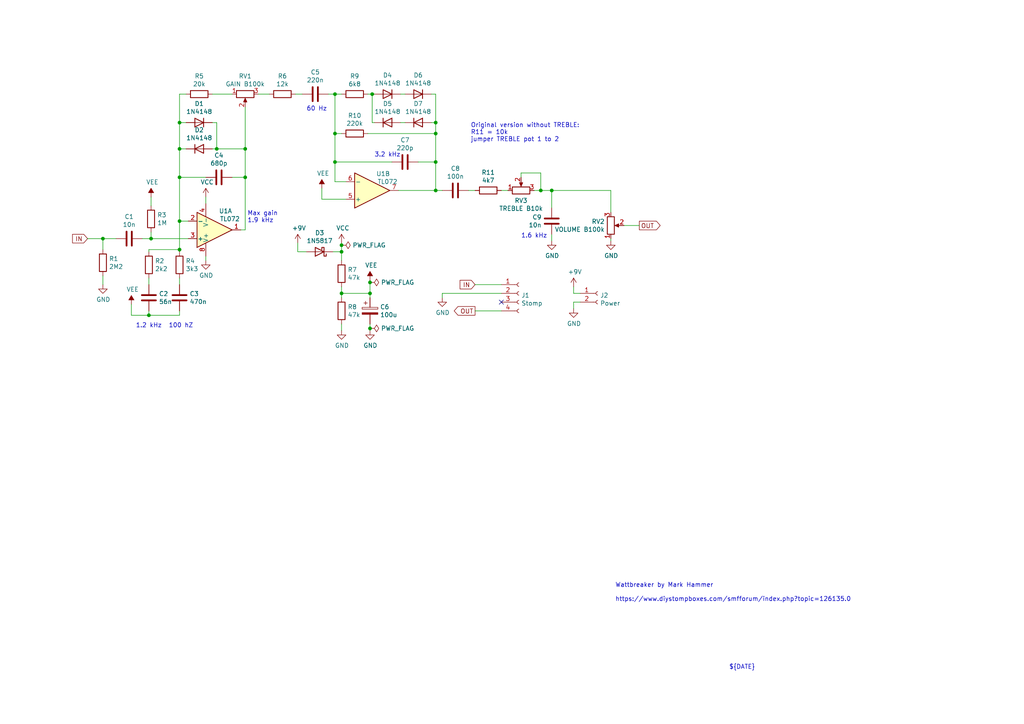
<source format=kicad_sch>
(kicad_sch (version 20211123) (generator eeschema)
  (paper "A4")
  (lib_symbols
    (symbol "Amplifier_Operational:TL072" (pin_names (offset 0.127))
      (property "Reference" "U" (at 0 5.08 0))
      (property "Value" "TL072" (at 0 -5.08 0))
      (symbol "TL072_1_1"
        (polyline (pts (xy -5.08 5.08) (xy 5.08 0) (xy -5.08 -5.08) (xy -5.08 5.08)) (stroke (width 0.254)) (fill (type background)))
        (pin output line (at 7.62 0 180) (length 2.54) (name "~") (number "1"))
        (pin input line (at -7.62 -2.54 0) (length 2.54) (name "-") (number "2"))
        (pin input line (at -7.62 2.54 0) (length 2.54) (name "+") (number "3"))
      )
      (symbol "TL072_2_1"
        (polyline (pts (xy -5.08 5.08) (xy 5.08 0) (xy -5.08 -5.08) (xy -5.08 5.08)) (stroke (width 0.254)) (fill (type background)))
        (pin input line (at -7.62 2.54 0) (length 2.54) (name "+") (number "5"))
        (pin input line (at -7.62 -2.54 0) (length 2.54) (name "-") (number "6"))
        (pin output line (at 7.62 0 180) (length 2.54) (name "~") (number "7"))
      )
      (symbol "TL072_3_1"
        (pin power_in line (at -2.54 -7.62 90) (length 3.81) (name "V-") (number "4"))
        (pin power_in line (at -2.54 7.62 270) (length 3.81) (name "V+") (number "8"))
      )
    )
    (symbol "Connector:Conn_01x02_Female" (pin_names (offset 1.016) hide)
      (property "Reference" "J" (at 0 2.54 0))
      (property "Value" "Conn_01x02_Female" (at 0 -5.08 0))
      (symbol "Conn_01x02_Female_1_1"
        (arc (start 0 -2.032) (mid -0.508 -2.54) (end 0 -3.048) (stroke (width 0.1524)))
        (polyline (pts (xy -1.27 -2.54) (xy -0.508 -2.54)) (stroke (width 0.1524)))
        (polyline (pts (xy -1.27 0) (xy -0.508 0)) (stroke (width 0.1524)))
        (arc (start 0 0.508) (mid -0.508 0) (end 0 -0.508) (stroke (width 0.1524)))
        (pin passive line (at -5.08 0 0) (length 3.81) (name "Pin_1") (number "1"))
        (pin passive line (at -5.08 -2.54 0) (length 3.81) (name "Pin_2") (number "2"))
      )
    )
    (symbol "Connector:Conn_01x04_Female" (pin_names (offset 1.016) hide)
      (property "Reference" "J" (at 0 5.08 0))
      (property "Value" "Conn_01x04_Female" (at 0 -7.62 0))
      (symbol "Conn_01x04_Female_1_1"
        (arc (start 0 -4.572) (mid -0.508 -5.08) (end 0 -5.588) (stroke (width 0.1524)))
        (arc (start 0 -2.032) (mid -0.508 -2.54) (end 0 -3.048) (stroke (width 0.1524)))
        (polyline (pts (xy -1.27 -5.08) (xy -0.508 -5.08)) (stroke (width 0.1524)))
        (polyline (pts (xy -1.27 -2.54) (xy -0.508 -2.54)) (stroke (width 0.1524)))
        (polyline (pts (xy -1.27 0) (xy -0.508 0)) (stroke (width 0.1524)))
        (polyline (pts (xy -1.27 2.54) (xy -0.508 2.54)) (stroke (width 0.1524)))
        (arc (start 0 0.508) (mid -0.508 0) (end 0 -0.508) (stroke (width 0.1524)))
        (arc (start 0 3.048) (mid -0.508 2.54) (end 0 2.032) (stroke (width 0.1524)))
        (pin passive line (at -5.08 2.54 0) (length 3.81) (name "Pin_1") (number "1"))
        (pin passive line (at -5.08 0 0) (length 3.81) (name "Pin_2") (number "2"))
        (pin passive line (at -5.08 -2.54 0) (length 3.81) (name "Pin_3") (number "3"))
        (pin passive line (at -5.08 -5.08 0) (length 3.81) (name "Pin_4") (number "4"))
      )
    )
    (symbol "Device:C" (pin_numbers hide) (pin_names (offset 0.254))
      (property "Reference" "C" (at 0.635 2.54 0))
      (property "Value" "C" (at 0.635 -2.54 0))
      (symbol "C_0_1"
        (polyline (pts (xy -2.032 -0.762) (xy 2.032 -0.762)) (stroke (width 0.508)))
        (polyline (pts (xy -2.032 0.762) (xy 2.032 0.762)) (stroke (width 0.508)))
      )
      (symbol "C_1_1"
        (pin passive line (at 0 3.81 270) (length 2.794) (name "~") (number "1"))
        (pin passive line (at 0 -3.81 90) (length 2.794) (name "~") (number "2"))
      )
    )
    (symbol "Device:CP" (pin_numbers hide) (pin_names (offset 0.254))
      (property "Reference" "C" (at 0.635 2.54 0))
      (property "Value" "CP" (at 0.635 -2.54 0))
      (symbol "CP_0_1"
        (rectangle (start -2.286 0.508) (end 2.286 1.016))
        (polyline (pts (xy -1.778 2.286) (xy -0.762 2.286)))
        (polyline (pts (xy -1.27 2.794) (xy -1.27 1.778)))
        (rectangle (start 2.286 -0.508) (end -2.286 -1.016) (fill (type outline)))
      )
      (symbol "CP_1_1"
        (pin passive line (at 0 3.81 270) (length 2.794) (name "~") (number "1"))
        (pin passive line (at 0 -3.81 90) (length 2.794) (name "~") (number "2"))
      )
    )
    (symbol "Device:R" (pin_numbers hide) (pin_names (offset 0))
      (property "Reference" "R" (at 2.032 0 90))
      (property "Value" "R" (at 0 0 90))
      (symbol "R_0_1"
        (rectangle (start -1.016 -2.54) (end 1.016 2.54) (stroke (width 0.254)))
      )
      (symbol "R_1_1"
        (pin passive line (at 0 3.81 270) (length 1.27) (name "~") (number "1"))
        (pin passive line (at 0 -3.81 90) (length 1.27) (name "~") (number "2"))
      )
    )
    (symbol "Device:R_POT" (pin_names (offset 1.016) hide)
      (property "Reference" "RV" (at -4.445 0 90))
      (property "Value" "R_POT" (at -2.54 0 90))
      (symbol "R_POT_0_1"
        (polyline (pts (xy 2.54 0) (xy 1.524 0)))
        (polyline (pts (xy 1.143 0) (xy 2.286 0.508) (xy 2.286 -0.508) (xy 1.143 0)) (fill (type outline)))
        (rectangle (start 1.016 2.54) (end -1.016 -2.54) (stroke (width 0.254)))
      )
      (symbol "R_POT_1_1"
        (pin passive line (at 0 3.81 270) (length 1.27) (name "1") (number "1"))
        (pin passive line (at 3.81 0 180) (length 1.27) (name "2") (number "2"))
        (pin passive line (at 0 -3.81 90) (length 1.27) (name "3") (number "3"))
      )
    )
    (symbol "Diode:1N4148" (pin_numbers hide) (pin_names (offset 1.016) hide)
      (property "Reference" "D" (at 0 2.54 0))
      (property "Value" "1N4148" (at 0 -2.54 0))
      (symbol "1N4148_0_1"
        (polyline (pts (xy -1.27 1.27) (xy -1.27 -1.27)) (stroke (width 0.254)))
        (polyline (pts (xy 1.27 0) (xy -1.27 0)))
        (polyline (pts (xy 1.27 1.27) (xy 1.27 -1.27) (xy -1.27 0) (xy 1.27 1.27)) (stroke (width 0.254)))
      )
      (symbol "1N4148_1_1"
        (pin passive line (at -3.81 0 0) (length 2.54) (name "K") (number "1"))
        (pin passive line (at 3.81 0 180) (length 2.54) (name "A") (number "2"))
      )
    )
    (symbol "Diode:1N5817" (pin_numbers hide) (pin_names (offset 1.016) hide)
      (property "Reference" "D" (at 0 2.54 0))
      (property "Value" "1N5817" (at 0 -2.54 0))
      (symbol "1N5817_0_1"
        (polyline (pts (xy 1.27 0) (xy -1.27 0)))
        (polyline (pts (xy 1.27 1.27) (xy 1.27 -1.27) (xy -1.27 0) (xy 1.27 1.27)) (stroke (width 0.254)))
        (polyline (pts (xy -1.905 0.635) (xy -1.905 1.27) (xy -1.27 1.27) (xy -1.27 -1.27) (xy -0.635 -1.27) (xy -0.635 -0.635)) (stroke (width 0.254)))
      )
      (symbol "1N5817_1_1"
        (pin passive line (at -3.81 0 0) (length 2.54) (name "K") (number "1"))
        (pin passive line (at 3.81 0 180) (length 2.54) (name "A") (number "2"))
      )
    )
    (symbol "Diode:1N914" (pin_numbers hide) (pin_names (offset 1.016) hide)
      (property "Reference" "D" (at 0 2.54 0))
      (property "Value" "1N914" (at 0 -2.54 0))
      (symbol "1N914_0_1"
        (polyline (pts (xy -1.27 1.27) (xy -1.27 -1.27)) (stroke (width 0.254)))
        (polyline (pts (xy 1.27 0) (xy -1.27 0)))
        (polyline (pts (xy 1.27 1.27) (xy 1.27 -1.27) (xy -1.27 0) (xy 1.27 1.27)) (stroke (width 0.254)))
      )
      (symbol "1N914_1_1"
        (pin passive line (at -3.81 0 0) (length 2.54) (name "K") (number "1"))
        (pin passive line (at 3.81 0 180) (length 2.54) (name "A") (number "2"))
      )
    )
    (symbol "power:+9V" (power) (pin_names (offset 0))
      (property "Value" "+9V" (at 0 3.556 0))
      (symbol "+9V_0_1"
        (polyline (pts (xy -0.762 1.27) (xy 0 2.54)))
        (polyline (pts (xy 0 0) (xy 0 2.54)))
        (polyline (pts (xy 0 2.54) (xy 0.762 1.27)))
      )
      (symbol "+9V_1_1"
        (pin power_in line (at 0 0 90) (length 0) hide (name "+9V") (number "1"))
      )
    )
    (symbol "power:GND" (power) (pin_names (offset 0))
      (property "Value" "GND" (at 0 -3.81 0))
      (symbol "GND_0_1"
        (polyline (pts (xy 0 0) (xy 0 -1.27) (xy 1.27 -1.27) (xy 0 -2.54) (xy -1.27 -1.27) (xy 0 -1.27)))
      )
      (symbol "GND_1_1"
        (pin power_in line (at 0 0 270) (length 0) hide (name "GND") (number "1"))
      )
    )
    (symbol "power:PWR_FLAG" (power) (pin_numbers hide) (pin_names (offset 0) hide)
      (property "Value" "PWR_FLAG" (at 0 3.81 0))
      (symbol "PWR_FLAG_0_0"
        (pin power_out line (at 0 0 90) (length 0) (name "pwr") (number "1"))
      )
      (symbol "PWR_FLAG_0_1"
        (polyline (pts (xy 0 0) (xy 0 1.27) (xy -1.016 1.905) (xy 0 2.54) (xy 1.016 1.905) (xy 0 1.27)))
      )
    )
    (symbol "power:VCC" (power) (pin_names (offset 0))
      (property "Value" "VCC" (at 0 3.81 0))
      (symbol "VCC_0_1"
        (polyline (pts (xy -0.762 1.27) (xy 0 2.54)))
        (polyline (pts (xy 0 0) (xy 0 2.54)))
        (polyline (pts (xy 0 2.54) (xy 0.762 1.27)))
      )
      (symbol "VCC_1_1"
        (pin power_in line (at 0 0 90) (length 0) hide (name "VCC") (number "1"))
      )
    )
    (symbol "power:VEE" (power) (pin_names (offset 0))
      (property "Value" "VEE" (at 0 3.81 0))
      (symbol "VEE_0_1"
        (polyline (pts (xy 0 0) (xy 0 2.54)))
        (polyline (pts (xy 0.762 1.27) (xy -0.762 1.27) (xy 0 2.54) (xy 0.762 1.27)) (fill (type outline)))
      )
      (symbol "VEE_1_1"
        (pin power_in line (at 0 0 90) (length 0) hide (name "VEE") (number "1"))
      )
    )
  )
  (junction (at 107.315 95.25) (diameter 0.9144))
  (junction (at 126.365 35.56) (diameter 0.9144))
  (junction (at 52.07 35.56) (diameter 0.9144))
  (junction (at 71.12 51.435) (diameter 0.9144))
  (junction (at 107.315 81.915) (diameter 0.9144))
  (junction (at 156.845 55.245) (diameter 0.9144))
  (junction (at 97.155 46.99) (diameter 0.9144))
  (junction (at 29.845 69.215) (diameter 0.9144))
  (junction (at 52.07 72.39) (diameter 0.9144))
  (junction (at 97.155 27.305) (diameter 0.9144))
  (junction (at 52.07 43.18) (diameter 0.9144))
  (junction (at 52.07 64.135) (diameter 0.9144))
  (junction (at 99.06 73.025) (diameter 0.9144))
  (junction (at 107.315 85.09) (diameter 0.9144))
  (junction (at 71.12 43.18) (diameter 0.9144))
  (junction (at 107.95 27.305) (diameter 0.9144))
  (junction (at 97.155 38.735) (diameter 0.9144))
  (junction (at 99.06 71.12) (diameter 0.9144))
  (junction (at 160.02 55.245) (diameter 0.9144))
  (junction (at 62.865 43.18) (diameter 0.9144))
  (junction (at 43.18 91.44) (diameter 0.9144))
  (junction (at 43.815 69.215) (diameter 0.9144))
  (junction (at 126.365 55.245) (diameter 0.9144))
  (junction (at 52.07 51.435) (diameter 0.9144))
  (junction (at 126.365 46.99) (diameter 0.9144))
  (junction (at 99.06 85.09) (diameter 0.9144))
  (junction (at 126.365 38.735) (diameter 0.9144))
  (no_connect (at 145.415 87.63))
  (wire (pts (xy 107.95 35.56) (xy 107.95 27.305)))
  (wire (pts (xy 43.815 69.215) (xy 54.61 69.215)))
  (wire (pts (xy 107.315 85.09) (xy 99.06 85.09)))
  (wire (pts (xy 29.845 69.215) (xy 33.655 69.215)))
  (wire (pts (xy 52.07 72.39) (xy 52.07 64.135)))
  (wire (pts (xy 126.365 46.99) (xy 126.365 38.735)))
  (wire (pts (xy 43.815 67.31) (xy 43.815 69.215)))
  (wire (pts (xy 99.06 93.98) (xy 99.06 95.885)))
  (wire (pts (xy 107.315 81.915) (xy 107.315 85.09)))
  (wire (pts (xy 97.155 27.305) (xy 99.06 27.305)))
  (wire (pts (xy 116.205 35.56) (xy 117.475 35.56)))
  (wire (pts (xy 160.02 60.325) (xy 160.02 55.245)))
  (wire (pts (xy 106.68 27.305) (xy 107.95 27.305)))
  (wire (pts (xy 38.1 91.44) (xy 43.18 91.44)))
  (wire (pts (xy 166.37 89.535) (xy 166.37 87.63)))
  (wire (pts (xy 126.365 27.305) (xy 126.365 35.56)))
  (wire (pts (xy 99.06 85.09) (xy 99.06 86.36)))
  (wire (pts (xy 59.69 57.15) (xy 59.69 59.055)))
  (wire (pts (xy 69.85 66.675) (xy 71.12 66.675)))
  (wire (pts (xy 177.165 69.215) (xy 177.165 69.85)))
  (wire (pts (xy 99.06 73.025) (xy 96.52 73.025)))
  (wire (pts (xy 38.1 88.265) (xy 38.1 91.44)))
  (wire (pts (xy 71.12 43.18) (xy 71.12 51.435)))
  (wire (pts (xy 86.36 73.025) (xy 86.36 70.485)))
  (wire (pts (xy 74.93 27.305) (xy 78.105 27.305)))
  (wire (pts (xy 71.12 31.115) (xy 71.12 43.18)))
  (wire (pts (xy 107.315 86.36) (xy 107.315 85.09)))
  (wire (pts (xy 62.865 43.18) (xy 62.865 35.56)))
  (wire (pts (xy 107.315 93.98) (xy 107.315 95.25)))
  (wire (pts (xy 85.725 27.305) (xy 87.63 27.305)))
  (wire (pts (xy 107.95 27.305) (xy 108.585 27.305)))
  (wire (pts (xy 59.69 74.295) (xy 59.69 75.565)))
  (wire (pts (xy 99.06 83.185) (xy 99.06 85.09)))
  (wire (pts (xy 100.33 52.705) (xy 97.155 52.705)))
  (wire (pts (xy 88.9 73.025) (xy 86.36 73.025)))
  (wire (pts (xy 180.975 65.405) (xy 185.42 65.405)))
  (wire (pts (xy 99.06 71.12) (xy 99.06 73.025)))
  (wire (pts (xy 52.07 64.135) (xy 54.61 64.135)))
  (wire (pts (xy 62.865 43.18) (xy 71.12 43.18)))
  (wire (pts (xy 166.37 85.09) (xy 166.37 83.185)))
  (wire (pts (xy 43.18 80.645) (xy 43.18 82.55)))
  (wire (pts (xy 126.365 38.735) (xy 106.68 38.735)))
  (wire (pts (xy 151.13 51.435) (xy 151.13 50.165)))
  (wire (pts (xy 61.595 27.305) (xy 67.31 27.305)))
  (wire (pts (xy 52.07 51.435) (xy 52.07 64.135)))
  (wire (pts (xy 125.095 27.305) (xy 126.365 27.305)))
  (wire (pts (xy 52.07 43.18) (xy 52.07 35.56)))
  (wire (pts (xy 52.07 51.435) (xy 52.07 43.18)))
  (wire (pts (xy 128.27 86.36) (xy 128.27 85.09)))
  (wire (pts (xy 52.07 80.645) (xy 52.07 82.55)))
  (wire (pts (xy 93.345 54.61) (xy 93.345 57.785)))
  (wire (pts (xy 52.07 43.18) (xy 53.975 43.18)))
  (wire (pts (xy 108.585 35.56) (xy 107.95 35.56)))
  (wire (pts (xy 43.18 91.44) (xy 43.18 90.17)))
  (wire (pts (xy 113.665 46.99) (xy 97.155 46.99)))
  (wire (pts (xy 61.595 43.18) (xy 62.865 43.18)))
  (wire (pts (xy 168.275 85.09) (xy 166.37 85.09)))
  (wire (pts (xy 97.155 38.735) (xy 97.155 27.305)))
  (wire (pts (xy 107.315 95.25) (xy 107.315 95.885)))
  (wire (pts (xy 52.07 91.44) (xy 43.18 91.44)))
  (wire (pts (xy 156.845 55.245) (xy 160.02 55.245)))
  (wire (pts (xy 25.4 69.215) (xy 29.845 69.215)))
  (wire (pts (xy 160.02 67.945) (xy 160.02 69.85)))
  (wire (pts (xy 156.845 50.165) (xy 156.845 55.245)))
  (wire (pts (xy 97.155 52.705) (xy 97.155 46.99)))
  (wire (pts (xy 71.12 66.675) (xy 71.12 51.435)))
  (wire (pts (xy 95.25 27.305) (xy 97.155 27.305)))
  (wire (pts (xy 121.285 46.99) (xy 126.365 46.99)))
  (wire (pts (xy 29.845 80.01) (xy 29.845 82.55)))
  (wire (pts (xy 52.07 35.56) (xy 53.975 35.56)))
  (wire (pts (xy 43.18 72.39) (xy 52.07 72.39)))
  (wire (pts (xy 62.865 35.56) (xy 61.595 35.56)))
  (wire (pts (xy 59.69 51.435) (xy 52.07 51.435)))
  (wire (pts (xy 52.07 27.305) (xy 52.07 35.56)))
  (wire (pts (xy 151.13 50.165) (xy 156.845 50.165)))
  (wire (pts (xy 177.165 55.245) (xy 160.02 55.245)))
  (wire (pts (xy 126.365 35.56) (xy 125.095 35.56)))
  (wire (pts (xy 137.795 82.55) (xy 145.415 82.55)))
  (wire (pts (xy 116.205 27.305) (xy 117.475 27.305)))
  (wire (pts (xy 52.07 72.39) (xy 52.07 73.025)))
  (wire (pts (xy 177.165 61.595) (xy 177.165 55.245)))
  (wire (pts (xy 99.06 75.565) (xy 99.06 73.025)))
  (wire (pts (xy 145.415 55.245) (xy 147.32 55.245)))
  (wire (pts (xy 135.89 55.245) (xy 137.795 55.245)))
  (wire (pts (xy 126.365 55.245) (xy 126.365 46.99)))
  (wire (pts (xy 29.845 72.39) (xy 29.845 69.215)))
  (wire (pts (xy 53.975 27.305) (xy 52.07 27.305)))
  (wire (pts (xy 154.94 55.245) (xy 156.845 55.245)))
  (wire (pts (xy 128.27 85.09) (xy 145.415 85.09)))
  (wire (pts (xy 115.57 55.245) (xy 126.365 55.245)))
  (wire (pts (xy 97.155 46.99) (xy 97.155 38.735)))
  (wire (pts (xy 166.37 87.63) (xy 168.275 87.63)))
  (wire (pts (xy 43.18 73.025) (xy 43.18 72.39)))
  (wire (pts (xy 137.795 90.17) (xy 145.415 90.17)))
  (wire (pts (xy 107.315 81.28) (xy 107.315 81.915)))
  (wire (pts (xy 126.365 35.56) (xy 126.365 38.735)))
  (wire (pts (xy 93.345 57.785) (xy 100.33 57.785)))
  (wire (pts (xy 52.07 90.17) (xy 52.07 91.44)))
  (wire (pts (xy 43.815 57.15) (xy 43.815 59.69)))
  (wire (pts (xy 99.06 38.735) (xy 97.155 38.735)))
  (wire (pts (xy 99.06 70.485) (xy 99.06 71.12)))
  (wire (pts (xy 43.815 69.215) (xy 41.275 69.215)))
  (wire (pts (xy 71.12 51.435) (xy 67.31 51.435)))
  (wire (pts (xy 126.365 55.245) (xy 128.27 55.245)))
  (text "Original version without TREBLE:\nR11 = 10k\njumper TREBLE pot 1 to 2" (at 136.525 41.275 0) (effects (font (size 1.27 1.27)) (justify left bottom)))
  (text "Wattbreaker by Mark Hammer\n\nhttps://www.diystompboxes.com/smfforum/index.php?topic=126135.0" (at 178.435 174.625 0) (effects (font (size 1.27 1.27)) (justify left bottom)))
  (text "${DATE}" (at 211.455 194.31 0) (effects (font (size 1.27 1.27)) (justify left bottom)))
  (text "${TITLE}" (at 209.55 191.135 0) (effects (font (size 2 2)) (justify left bottom)))
  (text "60 Hz" (at 88.9 32.385 0) (effects (font (size 1.27 1.27)) (justify left bottom)))
  (text "Max gain\n1.9 kHz" (at 71.755 64.77 0) (effects (font (size 1.27 1.27)) (justify left bottom)))
  (text "3.2 kHz" (at 108.585 45.72 0) (effects (font (size 1.27 1.27)) (justify left bottom)))
  (text "1.2 kHz" (at 39.37 95.25 0) (effects (font (size 1.27 1.27)) (justify left bottom)))
  (text "1.6 kHz" (at 151.13 69.215 0) (effects (font (size 1.27 1.27)) (justify left bottom)))
  (text "100 hZ" (at 48.895 95.25 0) (effects (font (size 1.27 1.27)) (justify left bottom)))
  (text "${REVISION}" (at 273.685 194.31 0) (effects (font (size 1.27 1.27)) (justify left bottom)))
  (global_label "OUT" (shape output) (at 137.795 90.17 180) (property "Intersheet References" "${INTERSHEET_REFS}" (effects hide)))
  (global_label "IN" (shape input) (at 25.4 69.215 180) (property "Intersheet References" "${INTERSHEET_REFS}" (effects hide)))
  (global_label "OUT" (shape output) (at 185.42 65.405 0) (property "Intersheet References" "${INTERSHEET_REFS}" (effects hide)))
  (global_label "IN" (shape input) (at 137.795 82.55 180) (property "Intersheet References" "${INTERSHEET_REFS}" (effects hide)))
  (symbol (lib_id "power:GND") (at 160.02 69.85 0) (unit 1)
    (property "Reference" "#PWR015" (effects hide))
    (property "Value" "GND" (at 160.1343 74.1744 0))
  )
  (symbol (lib_id "power:VEE") (at 93.345 54.61 0) (unit 1)
    (property "Reference" "#PWR010" (effects hide))
    (property "Value" "VEE" (at 93.7133 50.2856 0))
  )
  (symbol (lib_id "power:VCC") (at 59.69 57.15 0) (unit 1)
    (property "Reference" "#PWR05" (effects hide))
    (property "Value" "VCC" (at 60.0583 52.8256 0))
  )
  (symbol (lib_id "Amplifier_Operational:TL072") (at 62.23 66.675 0) (mirror x) (unit 3)
    (property "Reference" "U1" (effects hide))
    (property "Value" "TL072" (effects hide))
    (property "Footprint" "Package_DIP:DIP-8_W7.62mm_Socket" (effects hide))
    (property "Datasheet" "http://www.ti.com/lit/ds/symlink/tl071.pdf" (effects hide))
  )
  (symbol (lib_id "power:VEE") (at 43.815 57.15 0) (unit 1)
    (property "Reference" "#PWR04" (effects hide))
    (property "Value" "VEE" (at 44.1833 52.8256 0))
  )
  (symbol (lib_id "power:GND") (at 177.165 69.85 0) (unit 1)
    (property "Reference" "#PWR016" (effects hide))
    (property "Value" "GND" (at 177.2793 74.1744 0))
  )
  (symbol (lib_id "Amplifier_Operational:TL072") (at 107.95 55.245 0) (mirror x) (unit 2)
    (property "Reference" "U1" (at 111.125 50.3998 0))
    (property "Value" "TL072" (at 112.395 52.6985 0))
    (property "Footprint" "Package_DIP:DIP-8_W7.62mm_Socket" (effects hide))
    (property "Datasheet" "http://www.ti.com/lit/ds/symlink/tl071.pdf" (effects hide))
  )
  (symbol (lib_id "Device:R") (at 141.605 55.245 90) (unit 1)
    (property "Reference" "R11" (at 141.605 50.0188 90))
    (property "Value" "4k7" (at 141.605 52.3175 90))
    (property "Footprint" "rockola_kicad_footprints:R_DIN0207" (effects hide))
  )
  (symbol (lib_id "Device:R") (at 57.785 27.305 90) (unit 1)
    (property "Reference" "R5" (at 57.785 22.0788 90))
    (property "Value" "20k" (at 57.785 24.3775 90))
    (property "Footprint" "rockola_kicad_footprints:R_DIN0207" (effects hide))
  )
  (symbol (lib_id "Device:C") (at 132.08 55.245 90) (unit 1)
    (property "Reference" "C8" (at 132.08 48.8758 90))
    (property "Value" "100n" (at 132.08 51.1745 90))
    (property "Footprint" "rockola_kicad_footprints:C_Box_7.2_2.5" (effects hide))
  )
  (symbol (lib_id "power:PWR_FLAG") (at 107.315 81.915 270) (unit 1)
    (property "Reference" "#FLG02" (effects hide))
    (property "Value" "PWR_FLAG" (at 110.4901 81.915 90) (effects (justify left)))
  )
  (symbol (lib_id "Device:R_POT") (at 71.12 27.305 90) (mirror x) (unit 1)
    (property "Reference" "RV1" (at 71.12 22.0788 90))
    (property "Value" "GAIN B100k" (at 71.12 24.377 90))
    (property "Footprint" "rockola_kicad_footprints:16mm_BoardMount" (effects hide))
  )
  (symbol (lib_id "Device:R") (at 99.06 79.375 0) (unit 1)
    (property "Reference" "R7" (at 100.8381 78.2256 0) (effects (justify left)))
    (property "Value" "47k" (at 100.8381 80.5243 0) (effects (justify left)))
    (property "Footprint" "rockola_kicad_footprints:R_DIN0207" (effects hide))
  )
  (symbol (lib_id "Diode:1N4148") (at 112.395 35.56 0) (unit 1)
    (property "Reference" "D5" (at 112.395 30.0798 0))
    (property "Value" "1N4148" (at 112.395 32.3785 0))
    (property "Footprint" "Diode_THT:D_DO-35_SOD27_P7.62mm_Horizontal" (effects hide))
    (property "Datasheet" "https://assets.nexperia.com/documents/data-sheet/1N4148_1N4448.pdf" (effects hide))
  )
  (symbol (lib_id "Device:R") (at 43.815 63.5 0) (unit 1)
    (property "Reference" "R3" (at 45.5931 62.3506 0) (effects (justify left)))
    (property "Value" "1M" (at 45.5931 64.6493 0) (effects (justify left)))
    (property "Footprint" "rockola_kicad_footprints:R_DIN0207" (effects hide))
  )
  (symbol (lib_id "Device:CP") (at 107.315 90.17 0) (unit 1)
    (property "Reference" "C6" (at 110.2361 89.0206 0) (effects (justify left)))
    (property "Value" "100u" (at 110.2361 91.3193 0) (effects (justify left)))
    (property "Footprint" "rockola_kicad_footprints:CP_D6.3_P2.50" (effects hide))
  )
  (symbol (lib_id "Device:R") (at 99.06 90.17 0) (unit 1)
    (property "Reference" "R8" (at 100.8381 89.0206 0) (effects (justify left)))
    (property "Value" "47k" (at 100.8381 91.3193 0) (effects (justify left)))
    (property "Footprint" "rockola_kicad_footprints:R_DIN0207" (effects hide))
  )
  (symbol (lib_id "power:GND") (at 59.69 75.565 0) (unit 1)
    (property "Reference" "#PWR06" (effects hide))
    (property "Value" "GND" (at 59.8043 79.8894 0))
  )
  (symbol (lib_id "power:VEE") (at 107.315 81.28 0) (unit 1)
    (property "Reference" "#PWR013" (effects hide))
    (property "Value" "VEE" (at 107.6833 76.9556 0))
  )
  (symbol (lib_id "power:+9V") (at 86.36 70.485 0) (unit 1)
    (property "Reference" "#PWR09" (effects hide))
    (property "Value" "+9V" (at 86.7283 66.1606 0))
  )
  (symbol (lib_id "power:PWR_FLAG") (at 99.06 71.12 270) (unit 1)
    (property "Reference" "#FLG01" (effects hide))
    (property "Value" "PWR_FLAG" (at 102.2351 71.12 90) (effects (justify left)))
  )
  (symbol (lib_id "Device:R") (at 102.87 27.305 90) (unit 1)
    (property "Reference" "R9" (at 102.87 22.0788 90))
    (property "Value" "6k8" (at 102.87 24.3775 90))
    (property "Footprint" "rockola_kicad_footprints:R_DIN0207" (effects hide))
  )
  (symbol (lib_id "power:VCC") (at 99.06 70.485 0) (unit 1)
    (property "Reference" "#PWR011" (effects hide))
    (property "Value" "VCC" (at 99.4283 66.1606 0))
  )
  (symbol (lib_id "power:GND") (at 166.37 89.535 0) (unit 1)
    (property "Reference" "#PWR08" (effects hide))
    (property "Value" "GND" (at 166.4843 93.8594 0))
  )
  (symbol (lib_id "Device:R") (at 52.07 76.835 0) (unit 1)
    (property "Reference" "R4" (at 53.8481 75.6856 0) (effects (justify left)))
    (property "Value" "3k3" (at 53.8481 77.9843 0) (effects (justify left)))
    (property "Footprint" "rockola_kicad_footprints:R_DIN0207" (effects hide))
  )
  (symbol (lib_id "Device:C") (at 160.02 64.135 0) (mirror y) (unit 1)
    (property "Reference" "C9" (at 157.0989 62.9856 0) (effects (justify left)))
    (property "Value" "10n" (at 157.0989 65.2843 0) (effects (justify left)))
    (property "Footprint" "rockola_kicad_footprints:C_Box_7.2_2.5" (effects hide))
  )
  (symbol (lib_id "Diode:1N4148") (at 121.285 27.305 180) (unit 1)
    (property "Reference" "D6" (at 121.285 21.8248 0))
    (property "Value" "1N4148" (at 121.285 24.1235 0))
    (property "Footprint" "Diode_THT:D_DO-35_SOD27_P7.62mm_Horizontal" (effects hide))
    (property "Datasheet" "https://assets.nexperia.com/documents/data-sheet/1N4148_1N4448.pdf" (effects hide))
  )
  (symbol (lib_id "power:VEE") (at 38.1 88.265 0) (unit 1)
    (property "Reference" "#PWR03" (effects hide))
    (property "Value" "VEE" (at 38.4683 83.9406 0))
  )
  (symbol (lib_id "Device:C") (at 91.44 27.305 90) (unit 1)
    (property "Reference" "C5" (at 91.44 20.9358 90))
    (property "Value" "220n" (at 91.44 23.2345 90))
    (property "Footprint" "rockola_kicad_footprints:C_Box_7.2_4.5" (effects hide))
  )
  (symbol (lib_id "Device:R") (at 81.915 27.305 90) (unit 1)
    (property "Reference" "R6" (at 81.915 22.0788 90))
    (property "Value" "12k" (at 81.915 24.3775 90))
    (property "Footprint" "rockola_kicad_footprints:R_DIN0207" (effects hide))
  )
  (symbol (lib_id "Device:C") (at 43.18 86.36 0) (unit 1)
    (property "Reference" "C2" (at 46.1011 85.2106 0) (effects (justify left)))
    (property "Value" "56n" (at 46.1011 87.5093 0) (effects (justify left)))
    (property "Footprint" "rockola_kicad_footprints:C_Box_7.2_2.5" (effects hide))
  )
  (symbol (lib_id "Device:C") (at 117.475 46.99 90) (unit 1)
    (property "Reference" "C7" (at 117.475 40.6208 90))
    (property "Value" "220p" (at 117.475 42.9195 90))
    (property "Footprint" "rockola_kicad_footprints:C_Box_7.2_2.5" (effects hide))
  )
  (symbol (lib_id "power:GND") (at 107.315 95.885 0) (unit 1)
    (property "Reference" "#PWR014" (effects hide))
    (property "Value" "GND" (at 107.4293 100.2094 0))
  )
  (symbol (lib_id "Device:C") (at 37.465 69.215 90) (unit 1)
    (property "Reference" "C1" (at 37.465 62.8458 90))
    (property "Value" "10n" (at 37.465 65.1445 90))
    (property "Footprint" "rockola_kicad_footprints:C_Box_7.2_2.5" (effects hide))
  )
  (symbol (lib_id "Diode:1N5817") (at 92.71 73.025 180) (unit 1)
    (property "Reference" "D3" (at 92.71 67.5448 0))
    (property "Value" "1N5817" (at 92.71 69.8435 0))
    (property "Footprint" "Diode_THT:D_DO-41_SOD81_P10.16mm_Horizontal" (effects hide))
    (property "Datasheet" "http://www.vishay.com/docs/88525/1n5817.pdf" (effects hide))
  )
  (symbol (lib_id "power:GND") (at 128.27 86.36 0) (unit 1)
    (property "Reference" "#PWR02" (effects hide))
    (property "Value" "GND" (at 128.3843 90.6844 0))
  )
  (symbol (lib_id "power:+9V") (at 166.37 83.185 0) (unit 1)
    (property "Reference" "#PWR07" (effects hide))
    (property "Value" "+9V" (at 166.7383 78.8606 0))
  )
  (symbol (lib_id "Diode:1N4148") (at 112.395 27.305 180) (unit 1)
    (property "Reference" "D4" (at 112.395 21.8248 0))
    (property "Value" "1N4148" (at 112.395 24.1235 0))
    (property "Footprint" "Diode_THT:D_DO-35_SOD27_P7.62mm_Horizontal" (effects hide))
    (property "Datasheet" "https://assets.nexperia.com/documents/data-sheet/1N4148_1N4448.pdf" (effects hide))
  )
  (symbol (lib_id "Device:R") (at 102.87 38.735 90) (unit 1)
    (property "Reference" "R10" (at 102.87 33.5088 90))
    (property "Value" "220k" (at 102.87 35.8075 90))
    (property "Footprint" "rockola_kicad_footprints:R_DIN0207" (effects hide))
  )
  (symbol (lib_id "power:GND") (at 99.06 95.885 0) (unit 1)
    (property "Reference" "#PWR012" (effects hide))
    (property "Value" "GND" (at 99.1743 100.2094 0))
  )
  (symbol (lib_id "Device:R") (at 29.845 76.2 0) (unit 1)
    (property "Reference" "R1" (at 31.6231 75.0506 0) (effects (justify left)))
    (property "Value" "2M2" (at 31.6231 77.3493 0) (effects (justify left)))
    (property "Footprint" "rockola_kicad_footprints:R_DIN0207" (effects hide))
  )
  (symbol (lib_id "Device:R_POT") (at 177.165 65.405 0) (mirror x) (unit 1)
    (property "Reference" "RV2" (at 175.387 64.2556 0) (effects (justify right)))
    (property "Value" "VOLUME B100k" (at 175.387 66.5543 0) (effects (justify right)))
    (property "Footprint" "rockola_kicad_footprints:16mm_BoardMount" (effects hide))
  )
  (symbol (lib_id "Device:R") (at 43.18 76.835 0) (unit 1)
    (property "Reference" "R2" (at 44.9581 75.6856 0) (effects (justify left)))
    (property "Value" "2k2" (at 44.9581 77.9843 0) (effects (justify left)))
    (property "Footprint" "rockola_kicad_footprints:R_DIN0207" (effects hide))
  )
  (symbol (lib_id "Diode:1N914") (at 57.785 35.56 180) (unit 1)
    (property "Reference" "D1" (at 57.785 30.0798 0))
    (property "Value" "1N4148" (at 57.785 32.3785 0))
    (property "Footprint" "Diode_THT:D_DO-35_SOD27_P7.62mm_Horizontal" (effects hide))
    (property "Datasheet" "http://www.vishay.com/docs/85622/1n914.pdf" (effects hide))
  )
  (symbol (lib_id "Connector:Conn_01x04_Female") (at 150.495 85.09 0) (unit 1)
    (property "Reference" "J1" (at 151.2063 85.6678 0) (effects (justify left)))
    (property "Value" "Stomp" (at 151.206 87.966 0) (effects (justify left)))
    (property "Footprint" "rockola_kicad_footprints:Stomp_4pin" (effects hide))
  )
  (symbol (lib_id "Device:C") (at 52.07 86.36 0) (unit 1)
    (property "Reference" "C3" (at 54.9911 85.2106 0) (effects (justify left)))
    (property "Value" "470n" (at 54.9911 87.5093 0) (effects (justify left)))
    (property "Footprint" "rockola_kicad_footprints:C_Box_7.2_4.5" (effects hide))
  )
  (symbol (lib_id "Device:R_POT") (at 151.13 55.245 90) (unit 1)
    (property "Reference" "RV3" (at 151.13 58.1724 90))
    (property "Value" "TREBLE B10k" (at 151.13 60.4711 90))
    (property "Footprint" "rockola_kicad_footprints:16mm_BoardMount" (effects hide))
  )
  (symbol (lib_id "Amplifier_Operational:TL072") (at 62.23 66.675 0) (mirror x) (unit 1)
    (property "Reference" "U1" (at 65.405 61.1948 0))
    (property "Value" "TL072" (at 66.675 63.4935 0))
    (property "Footprint" "Package_DIP:DIP-8_W7.62mm_Socket" (effects hide))
    (property "Datasheet" "http://www.ti.com/lit/ds/symlink/tl071.pdf" (effects hide))
  )
  (symbol (lib_id "Diode:1N4148") (at 121.285 35.56 0) (unit 1)
    (property "Reference" "D7" (at 121.285 30.0798 0))
    (property "Value" "1N4148" (at 121.285 32.3785 0))
    (property "Footprint" "Diode_THT:D_DO-35_SOD27_P7.62mm_Horizontal" (effects hide))
    (property "Datasheet" "https://assets.nexperia.com/documents/data-sheet/1N4148_1N4448.pdf" (effects hide))
  )
  (symbol (lib_id "Device:C") (at 63.5 51.435 90) (unit 1)
    (property "Reference" "C4" (at 63.5 45.0658 90))
    (property "Value" "680p" (at 63.5 47.3645 90))
    (property "Footprint" "rockola_kicad_footprints:C_Box_7.2_2.5" (effects hide))
  )
  (symbol (lib_id "Connector:Conn_01x02_Female") (at 173.355 85.09 0) (unit 1)
    (property "Reference" "J2" (at 174.0663 85.6678 0) (effects (justify left)))
    (property "Value" "Power" (at 174.066 87.967 0) (effects (justify left)))
    (property "Footprint" "rockola_kicad_footprints:Power_Header_2pin" (effects hide))
  )
  (symbol (lib_id "power:PWR_FLAG") (at 107.315 95.25 270) (unit 1)
    (property "Reference" "#FLG03" (effects hide))
    (property "Value" "PWR_FLAG" (at 110.4901 95.25 90) (effects (justify left)))
  )
  (symbol (lib_id "Diode:1N914") (at 57.785 43.18 0) (unit 1)
    (property "Reference" "D2" (at 57.785 37.6998 0))
    (property "Value" "1N4148" (at 57.785 39.9985 0))
    (property "Footprint" "Diode_THT:D_DO-35_SOD27_P7.62mm_Horizontal" (effects hide))
    (property "Datasheet" "http://www.vishay.com/docs/85622/1n914.pdf" (effects hide))
  )
  (symbol (lib_id "power:GND") (at 29.845 82.55 0) (unit 1)
    (property "Reference" "#PWR01" (effects hide))
    (property "Value" "GND" (at 29.9593 86.8744 0))
  )
)
</source>
